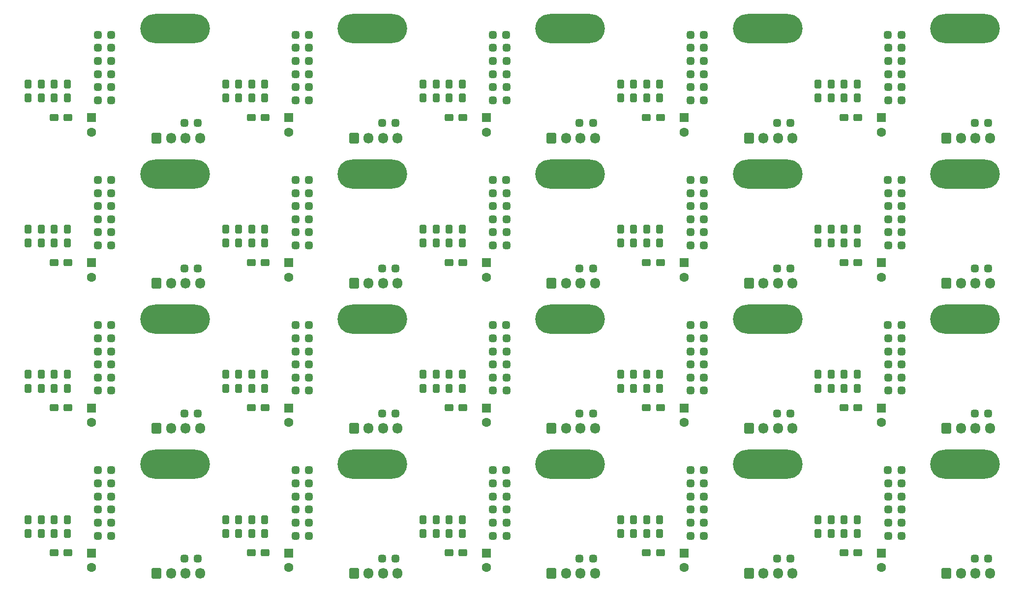
<source format=gbr>
%TF.GenerationSoftware,KiCad,Pcbnew,8.0.4*%
%TF.CreationDate,2024-11-04T15:17:51+09:00*%
%TF.ProjectId,L-CON RS485 V2.0,4c2d434f-4e20-4525-9334-38352056322e,rev?*%
%TF.SameCoordinates,Original*%
%TF.FileFunction,Soldermask,Bot*%
%TF.FilePolarity,Negative*%
%FSLAX46Y46*%
G04 Gerber Fmt 4.6, Leading zero omitted, Abs format (unit mm)*
G04 Created by KiCad (PCBNEW 8.0.4) date 2024-11-04 15:17:51*
%MOMM*%
%LPD*%
G01*
G04 APERTURE LIST*
G04 Aperture macros list*
%AMRoundRect*
0 Rectangle with rounded corners*
0 $1 Rounding radius*
0 $2 $3 $4 $5 $6 $7 $8 $9 X,Y pos of 4 corners*
0 Add a 4 corners polygon primitive as box body*
4,1,4,$2,$3,$4,$5,$6,$7,$8,$9,$2,$3,0*
0 Add four circle primitives for the rounded corners*
1,1,$1+$1,$2,$3*
1,1,$1+$1,$4,$5*
1,1,$1+$1,$6,$7*
1,1,$1+$1,$8,$9*
0 Add four rect primitives between the rounded corners*
20,1,$1+$1,$2,$3,$4,$5,0*
20,1,$1+$1,$4,$5,$6,$7,0*
20,1,$1+$1,$6,$7,$8,$9,0*
20,1,$1+$1,$8,$9,$2,$3,0*%
G04 Aperture macros list end*
%ADD10RoundRect,0.325000X0.325000X0.325000X-0.325000X0.325000X-0.325000X-0.325000X0.325000X-0.325000X0*%
%ADD11RoundRect,0.249900X-0.600100X-0.675100X0.600100X-0.675100X0.600100X0.675100X-0.600100X0.675100X0*%
%ADD12O,1.700000X1.850000*%
%ADD13RoundRect,0.312500X-0.312500X0.437500X-0.312500X-0.437500X0.312500X-0.437500X0.312500X0.437500X0*%
%ADD14RoundRect,0.312500X0.437500X0.312500X-0.437500X0.312500X-0.437500X-0.312500X0.437500X-0.312500X0*%
%ADD15RoundRect,0.325000X-0.325000X-0.325000X0.325000X-0.325000X0.325000X0.325000X-0.325000X0.325000X0*%
%ADD16R,1.600000X1.600000*%
%ADD17C,1.600000*%
%ADD18O,12.000000X5.000000*%
G04 APERTURE END LIST*
D10*
%TO.C,R44*%
X191000000Y-134500000D03*
X188700000Y-134500000D03*
%TD*%
%TO.C,R43*%
X191000000Y-130000000D03*
X188700000Y-130000000D03*
%TD*%
D11*
%TO.C,J11*%
X198750000Y-141000000D03*
D12*
X201250000Y-141000000D03*
X203750000Y-141000000D03*
X206250000Y-141000000D03*
%TD*%
D10*
%TO.C,R42*%
X191000000Y-127750000D03*
X188700000Y-127750000D03*
%TD*%
%TO.C,R45*%
X205900000Y-138450000D03*
X203600000Y-138450000D03*
%TD*%
D13*
%TO.C,C5*%
X178900000Y-131700000D03*
X178900000Y-134100000D03*
%TD*%
D14*
%TO.C,C1*%
X183500000Y-137450000D03*
X181100000Y-137450000D03*
%TD*%
D10*
%TO.C,R41*%
X191000000Y-125500000D03*
X188700000Y-125500000D03*
%TD*%
D15*
%TO.C,R46*%
X188700000Y-132250000D03*
X191000000Y-132250000D03*
%TD*%
D13*
%TO.C,C4*%
X181150000Y-131700000D03*
X181150000Y-134100000D03*
%TD*%
D15*
%TO.C,R10*%
X188680000Y-123230000D03*
X190980000Y-123230000D03*
%TD*%
D13*
%TO.C,C2*%
X183400000Y-131700000D03*
X183400000Y-134100000D03*
%TD*%
%TO.C,C6*%
X176650000Y-131700000D03*
X176650000Y-134100000D03*
%TD*%
D16*
%TO.C,C7*%
X187562000Y-137484000D03*
D17*
X187562000Y-139984000D03*
%TD*%
D18*
%TO.C,J3*%
X201950000Y-122200000D03*
%TD*%
D10*
%TO.C,R44*%
X157000000Y-134500000D03*
X154700000Y-134500000D03*
%TD*%
%TO.C,R43*%
X157000000Y-130000000D03*
X154700000Y-130000000D03*
%TD*%
D11*
%TO.C,J11*%
X164750000Y-141000000D03*
D12*
X167250000Y-141000000D03*
X169750000Y-141000000D03*
X172250000Y-141000000D03*
%TD*%
D10*
%TO.C,R42*%
X157000000Y-127750000D03*
X154700000Y-127750000D03*
%TD*%
%TO.C,R45*%
X171900000Y-138450000D03*
X169600000Y-138450000D03*
%TD*%
D13*
%TO.C,C5*%
X144900000Y-131700000D03*
X144900000Y-134100000D03*
%TD*%
D14*
%TO.C,C1*%
X149500000Y-137450000D03*
X147100000Y-137450000D03*
%TD*%
D10*
%TO.C,R41*%
X157000000Y-125500000D03*
X154700000Y-125500000D03*
%TD*%
D15*
%TO.C,R46*%
X154700000Y-132250000D03*
X157000000Y-132250000D03*
%TD*%
D13*
%TO.C,C4*%
X147150000Y-131700000D03*
X147150000Y-134100000D03*
%TD*%
D15*
%TO.C,R10*%
X154680000Y-123230000D03*
X156980000Y-123230000D03*
%TD*%
D13*
%TO.C,C2*%
X149400000Y-131700000D03*
X149400000Y-134100000D03*
%TD*%
%TO.C,C6*%
X142650000Y-131700000D03*
X142650000Y-134100000D03*
%TD*%
D16*
%TO.C,C7*%
X153562000Y-137484000D03*
D17*
X153562000Y-139984000D03*
%TD*%
D18*
%TO.C,J3*%
X167950000Y-122200000D03*
%TD*%
D10*
%TO.C,R44*%
X123000000Y-134500000D03*
X120700000Y-134500000D03*
%TD*%
%TO.C,R43*%
X123000000Y-130000000D03*
X120700000Y-130000000D03*
%TD*%
D11*
%TO.C,J11*%
X130750000Y-141000000D03*
D12*
X133250000Y-141000000D03*
X135750000Y-141000000D03*
X138250000Y-141000000D03*
%TD*%
D10*
%TO.C,R42*%
X123000000Y-127750000D03*
X120700000Y-127750000D03*
%TD*%
%TO.C,R45*%
X137900000Y-138450000D03*
X135600000Y-138450000D03*
%TD*%
D13*
%TO.C,C5*%
X110900000Y-131700000D03*
X110900000Y-134100000D03*
%TD*%
D14*
%TO.C,C1*%
X115500000Y-137450000D03*
X113100000Y-137450000D03*
%TD*%
D10*
%TO.C,R41*%
X123000000Y-125500000D03*
X120700000Y-125500000D03*
%TD*%
D15*
%TO.C,R46*%
X120700000Y-132250000D03*
X123000000Y-132250000D03*
%TD*%
D13*
%TO.C,C4*%
X113150000Y-131700000D03*
X113150000Y-134100000D03*
%TD*%
D15*
%TO.C,R10*%
X120680000Y-123230000D03*
X122980000Y-123230000D03*
%TD*%
D13*
%TO.C,C2*%
X115400000Y-131700000D03*
X115400000Y-134100000D03*
%TD*%
%TO.C,C6*%
X108650000Y-131700000D03*
X108650000Y-134100000D03*
%TD*%
D16*
%TO.C,C7*%
X119562000Y-137484000D03*
D17*
X119562000Y-139984000D03*
%TD*%
D18*
%TO.C,J3*%
X133950000Y-122200000D03*
%TD*%
D10*
%TO.C,R44*%
X89000000Y-134500000D03*
X86700000Y-134500000D03*
%TD*%
%TO.C,R43*%
X89000000Y-130000000D03*
X86700000Y-130000000D03*
%TD*%
D11*
%TO.C,J11*%
X96750000Y-141000000D03*
D12*
X99250000Y-141000000D03*
X101750000Y-141000000D03*
X104250000Y-141000000D03*
%TD*%
D10*
%TO.C,R42*%
X89000000Y-127750000D03*
X86700000Y-127750000D03*
%TD*%
%TO.C,R45*%
X103900000Y-138450000D03*
X101600000Y-138450000D03*
%TD*%
D13*
%TO.C,C5*%
X76900000Y-131700000D03*
X76900000Y-134100000D03*
%TD*%
D14*
%TO.C,C1*%
X81500000Y-137450000D03*
X79100000Y-137450000D03*
%TD*%
D10*
%TO.C,R41*%
X89000000Y-125500000D03*
X86700000Y-125500000D03*
%TD*%
D15*
%TO.C,R46*%
X86700000Y-132250000D03*
X89000000Y-132250000D03*
%TD*%
D13*
%TO.C,C4*%
X79150000Y-131700000D03*
X79150000Y-134100000D03*
%TD*%
D15*
%TO.C,R10*%
X86680000Y-123230000D03*
X88980000Y-123230000D03*
%TD*%
D13*
%TO.C,C2*%
X81400000Y-131700000D03*
X81400000Y-134100000D03*
%TD*%
%TO.C,C6*%
X74650000Y-131700000D03*
X74650000Y-134100000D03*
%TD*%
D16*
%TO.C,C7*%
X85562000Y-137484000D03*
D17*
X85562000Y-139984000D03*
%TD*%
D18*
%TO.C,J3*%
X99950000Y-122200000D03*
%TD*%
D10*
%TO.C,R44*%
X55000000Y-134500000D03*
X52700000Y-134500000D03*
%TD*%
%TO.C,R43*%
X55000000Y-130000000D03*
X52700000Y-130000000D03*
%TD*%
D11*
%TO.C,J11*%
X62750000Y-141000000D03*
D12*
X65250000Y-141000000D03*
X67750000Y-141000000D03*
X70250000Y-141000000D03*
%TD*%
D10*
%TO.C,R42*%
X55000000Y-127750000D03*
X52700000Y-127750000D03*
%TD*%
%TO.C,R45*%
X69900000Y-138450000D03*
X67600000Y-138450000D03*
%TD*%
D13*
%TO.C,C5*%
X42900000Y-131700000D03*
X42900000Y-134100000D03*
%TD*%
D14*
%TO.C,C1*%
X47500000Y-137450000D03*
X45100000Y-137450000D03*
%TD*%
D10*
%TO.C,R41*%
X55000000Y-125500000D03*
X52700000Y-125500000D03*
%TD*%
D15*
%TO.C,R46*%
X52700000Y-132250000D03*
X55000000Y-132250000D03*
%TD*%
D13*
%TO.C,C4*%
X45150000Y-131700000D03*
X45150000Y-134100000D03*
%TD*%
D15*
%TO.C,R10*%
X52680000Y-123230000D03*
X54980000Y-123230000D03*
%TD*%
D13*
%TO.C,C2*%
X47400000Y-131700000D03*
X47400000Y-134100000D03*
%TD*%
%TO.C,C6*%
X40650000Y-131700000D03*
X40650000Y-134100000D03*
%TD*%
D16*
%TO.C,C7*%
X51562000Y-137484000D03*
D17*
X51562000Y-139984000D03*
%TD*%
D18*
%TO.C,J3*%
X65950000Y-122200000D03*
%TD*%
D10*
%TO.C,R44*%
X191000000Y-109500000D03*
X188700000Y-109500000D03*
%TD*%
%TO.C,R43*%
X191000000Y-105000000D03*
X188700000Y-105000000D03*
%TD*%
D11*
%TO.C,J11*%
X198750000Y-116000000D03*
D12*
X201250000Y-116000000D03*
X203750000Y-116000000D03*
X206250000Y-116000000D03*
%TD*%
D10*
%TO.C,R42*%
X191000000Y-102750000D03*
X188700000Y-102750000D03*
%TD*%
%TO.C,R45*%
X205900000Y-113450000D03*
X203600000Y-113450000D03*
%TD*%
D13*
%TO.C,C5*%
X178900000Y-106700000D03*
X178900000Y-109100000D03*
%TD*%
D14*
%TO.C,C1*%
X183500000Y-112450000D03*
X181100000Y-112450000D03*
%TD*%
D10*
%TO.C,R41*%
X191000000Y-100500000D03*
X188700000Y-100500000D03*
%TD*%
D15*
%TO.C,R46*%
X188700000Y-107250000D03*
X191000000Y-107250000D03*
%TD*%
D13*
%TO.C,C4*%
X181150000Y-106700000D03*
X181150000Y-109100000D03*
%TD*%
D15*
%TO.C,R10*%
X188680000Y-98230000D03*
X190980000Y-98230000D03*
%TD*%
D13*
%TO.C,C2*%
X183400000Y-106700000D03*
X183400000Y-109100000D03*
%TD*%
%TO.C,C6*%
X176650000Y-106700000D03*
X176650000Y-109100000D03*
%TD*%
D16*
%TO.C,C7*%
X187562000Y-112484000D03*
D17*
X187562000Y-114984000D03*
%TD*%
D18*
%TO.C,J3*%
X201950000Y-97200000D03*
%TD*%
D10*
%TO.C,R44*%
X157000000Y-109500000D03*
X154700000Y-109500000D03*
%TD*%
%TO.C,R43*%
X157000000Y-105000000D03*
X154700000Y-105000000D03*
%TD*%
D11*
%TO.C,J11*%
X164750000Y-116000000D03*
D12*
X167250000Y-116000000D03*
X169750000Y-116000000D03*
X172250000Y-116000000D03*
%TD*%
D10*
%TO.C,R42*%
X157000000Y-102750000D03*
X154700000Y-102750000D03*
%TD*%
%TO.C,R45*%
X171900000Y-113450000D03*
X169600000Y-113450000D03*
%TD*%
D13*
%TO.C,C5*%
X144900000Y-106700000D03*
X144900000Y-109100000D03*
%TD*%
D14*
%TO.C,C1*%
X149500000Y-112450000D03*
X147100000Y-112450000D03*
%TD*%
D10*
%TO.C,R41*%
X157000000Y-100500000D03*
X154700000Y-100500000D03*
%TD*%
D15*
%TO.C,R46*%
X154700000Y-107250000D03*
X157000000Y-107250000D03*
%TD*%
D13*
%TO.C,C4*%
X147150000Y-106700000D03*
X147150000Y-109100000D03*
%TD*%
D15*
%TO.C,R10*%
X154680000Y-98230000D03*
X156980000Y-98230000D03*
%TD*%
D13*
%TO.C,C2*%
X149400000Y-106700000D03*
X149400000Y-109100000D03*
%TD*%
%TO.C,C6*%
X142650000Y-106700000D03*
X142650000Y-109100000D03*
%TD*%
D16*
%TO.C,C7*%
X153562000Y-112484000D03*
D17*
X153562000Y-114984000D03*
%TD*%
D18*
%TO.C,J3*%
X167950000Y-97200000D03*
%TD*%
D10*
%TO.C,R44*%
X123000000Y-109500000D03*
X120700000Y-109500000D03*
%TD*%
%TO.C,R43*%
X123000000Y-105000000D03*
X120700000Y-105000000D03*
%TD*%
D11*
%TO.C,J11*%
X130750000Y-116000000D03*
D12*
X133250000Y-116000000D03*
X135750000Y-116000000D03*
X138250000Y-116000000D03*
%TD*%
D10*
%TO.C,R42*%
X123000000Y-102750000D03*
X120700000Y-102750000D03*
%TD*%
%TO.C,R45*%
X137900000Y-113450000D03*
X135600000Y-113450000D03*
%TD*%
D13*
%TO.C,C5*%
X110900000Y-106700000D03*
X110900000Y-109100000D03*
%TD*%
D14*
%TO.C,C1*%
X115500000Y-112450000D03*
X113100000Y-112450000D03*
%TD*%
D10*
%TO.C,R41*%
X123000000Y-100500000D03*
X120700000Y-100500000D03*
%TD*%
D15*
%TO.C,R46*%
X120700000Y-107250000D03*
X123000000Y-107250000D03*
%TD*%
D13*
%TO.C,C4*%
X113150000Y-106700000D03*
X113150000Y-109100000D03*
%TD*%
D15*
%TO.C,R10*%
X120680000Y-98230000D03*
X122980000Y-98230000D03*
%TD*%
D13*
%TO.C,C2*%
X115400000Y-106700000D03*
X115400000Y-109100000D03*
%TD*%
%TO.C,C6*%
X108650000Y-106700000D03*
X108650000Y-109100000D03*
%TD*%
D16*
%TO.C,C7*%
X119562000Y-112484000D03*
D17*
X119562000Y-114984000D03*
%TD*%
D18*
%TO.C,J3*%
X133950000Y-97200000D03*
%TD*%
D10*
%TO.C,R44*%
X89000000Y-109500000D03*
X86700000Y-109500000D03*
%TD*%
%TO.C,R43*%
X89000000Y-105000000D03*
X86700000Y-105000000D03*
%TD*%
D11*
%TO.C,J11*%
X96750000Y-116000000D03*
D12*
X99250000Y-116000000D03*
X101750000Y-116000000D03*
X104250000Y-116000000D03*
%TD*%
D10*
%TO.C,R42*%
X89000000Y-102750000D03*
X86700000Y-102750000D03*
%TD*%
%TO.C,R45*%
X103900000Y-113450000D03*
X101600000Y-113450000D03*
%TD*%
D13*
%TO.C,C5*%
X76900000Y-106700000D03*
X76900000Y-109100000D03*
%TD*%
D14*
%TO.C,C1*%
X81500000Y-112450000D03*
X79100000Y-112450000D03*
%TD*%
D10*
%TO.C,R41*%
X89000000Y-100500000D03*
X86700000Y-100500000D03*
%TD*%
D15*
%TO.C,R46*%
X86700000Y-107250000D03*
X89000000Y-107250000D03*
%TD*%
D13*
%TO.C,C4*%
X79150000Y-106700000D03*
X79150000Y-109100000D03*
%TD*%
D15*
%TO.C,R10*%
X86680000Y-98230000D03*
X88980000Y-98230000D03*
%TD*%
D13*
%TO.C,C2*%
X81400000Y-106700000D03*
X81400000Y-109100000D03*
%TD*%
%TO.C,C6*%
X74650000Y-106700000D03*
X74650000Y-109100000D03*
%TD*%
D16*
%TO.C,C7*%
X85562000Y-112484000D03*
D17*
X85562000Y-114984000D03*
%TD*%
D18*
%TO.C,J3*%
X99950000Y-97200000D03*
%TD*%
D10*
%TO.C,R44*%
X55000000Y-109500000D03*
X52700000Y-109500000D03*
%TD*%
%TO.C,R43*%
X55000000Y-105000000D03*
X52700000Y-105000000D03*
%TD*%
D11*
%TO.C,J11*%
X62750000Y-116000000D03*
D12*
X65250000Y-116000000D03*
X67750000Y-116000000D03*
X70250000Y-116000000D03*
%TD*%
D10*
%TO.C,R42*%
X55000000Y-102750000D03*
X52700000Y-102750000D03*
%TD*%
%TO.C,R45*%
X69900000Y-113450000D03*
X67600000Y-113450000D03*
%TD*%
D13*
%TO.C,C5*%
X42900000Y-106700000D03*
X42900000Y-109100000D03*
%TD*%
D14*
%TO.C,C1*%
X47500000Y-112450000D03*
X45100000Y-112450000D03*
%TD*%
D10*
%TO.C,R41*%
X55000000Y-100500000D03*
X52700000Y-100500000D03*
%TD*%
D15*
%TO.C,R46*%
X52700000Y-107250000D03*
X55000000Y-107250000D03*
%TD*%
D13*
%TO.C,C4*%
X45150000Y-106700000D03*
X45150000Y-109100000D03*
%TD*%
D15*
%TO.C,R10*%
X52680000Y-98230000D03*
X54980000Y-98230000D03*
%TD*%
D13*
%TO.C,C2*%
X47400000Y-106700000D03*
X47400000Y-109100000D03*
%TD*%
%TO.C,C6*%
X40650000Y-106700000D03*
X40650000Y-109100000D03*
%TD*%
D16*
%TO.C,C7*%
X51562000Y-112484000D03*
D17*
X51562000Y-114984000D03*
%TD*%
D18*
%TO.C,J3*%
X65950000Y-97200000D03*
%TD*%
D10*
%TO.C,R44*%
X191000000Y-84500000D03*
X188700000Y-84500000D03*
%TD*%
%TO.C,R43*%
X191000000Y-80000000D03*
X188700000Y-80000000D03*
%TD*%
D11*
%TO.C,J11*%
X198750000Y-91000000D03*
D12*
X201250000Y-91000000D03*
X203750000Y-91000000D03*
X206250000Y-91000000D03*
%TD*%
D10*
%TO.C,R42*%
X191000000Y-77750000D03*
X188700000Y-77750000D03*
%TD*%
%TO.C,R45*%
X205900000Y-88450000D03*
X203600000Y-88450000D03*
%TD*%
D13*
%TO.C,C5*%
X178900000Y-81700000D03*
X178900000Y-84100000D03*
%TD*%
D14*
%TO.C,C1*%
X183500000Y-87450000D03*
X181100000Y-87450000D03*
%TD*%
D10*
%TO.C,R41*%
X191000000Y-75500000D03*
X188700000Y-75500000D03*
%TD*%
D15*
%TO.C,R46*%
X188700000Y-82250000D03*
X191000000Y-82250000D03*
%TD*%
D13*
%TO.C,C4*%
X181150000Y-81700000D03*
X181150000Y-84100000D03*
%TD*%
D15*
%TO.C,R10*%
X188680000Y-73230000D03*
X190980000Y-73230000D03*
%TD*%
D13*
%TO.C,C2*%
X183400000Y-81700000D03*
X183400000Y-84100000D03*
%TD*%
%TO.C,C6*%
X176650000Y-81700000D03*
X176650000Y-84100000D03*
%TD*%
D16*
%TO.C,C7*%
X187562000Y-87484000D03*
D17*
X187562000Y-89984000D03*
%TD*%
D18*
%TO.C,J3*%
X201950000Y-72200000D03*
%TD*%
D10*
%TO.C,R44*%
X157000000Y-84500000D03*
X154700000Y-84500000D03*
%TD*%
%TO.C,R43*%
X157000000Y-80000000D03*
X154700000Y-80000000D03*
%TD*%
D11*
%TO.C,J11*%
X164750000Y-91000000D03*
D12*
X167250000Y-91000000D03*
X169750000Y-91000000D03*
X172250000Y-91000000D03*
%TD*%
D10*
%TO.C,R42*%
X157000000Y-77750000D03*
X154700000Y-77750000D03*
%TD*%
%TO.C,R45*%
X171900000Y-88450000D03*
X169600000Y-88450000D03*
%TD*%
D13*
%TO.C,C5*%
X144900000Y-81700000D03*
X144900000Y-84100000D03*
%TD*%
D14*
%TO.C,C1*%
X149500000Y-87450000D03*
X147100000Y-87450000D03*
%TD*%
D10*
%TO.C,R41*%
X157000000Y-75500000D03*
X154700000Y-75500000D03*
%TD*%
D15*
%TO.C,R46*%
X154700000Y-82250000D03*
X157000000Y-82250000D03*
%TD*%
D13*
%TO.C,C4*%
X147150000Y-81700000D03*
X147150000Y-84100000D03*
%TD*%
D15*
%TO.C,R10*%
X154680000Y-73230000D03*
X156980000Y-73230000D03*
%TD*%
D13*
%TO.C,C2*%
X149400000Y-81700000D03*
X149400000Y-84100000D03*
%TD*%
%TO.C,C6*%
X142650000Y-81700000D03*
X142650000Y-84100000D03*
%TD*%
D16*
%TO.C,C7*%
X153562000Y-87484000D03*
D17*
X153562000Y-89984000D03*
%TD*%
D18*
%TO.C,J3*%
X167950000Y-72200000D03*
%TD*%
D10*
%TO.C,R44*%
X123000000Y-84500000D03*
X120700000Y-84500000D03*
%TD*%
%TO.C,R43*%
X123000000Y-80000000D03*
X120700000Y-80000000D03*
%TD*%
D11*
%TO.C,J11*%
X130750000Y-91000000D03*
D12*
X133250000Y-91000000D03*
X135750000Y-91000000D03*
X138250000Y-91000000D03*
%TD*%
D10*
%TO.C,R42*%
X123000000Y-77750000D03*
X120700000Y-77750000D03*
%TD*%
%TO.C,R45*%
X137900000Y-88450000D03*
X135600000Y-88450000D03*
%TD*%
D13*
%TO.C,C5*%
X110900000Y-81700000D03*
X110900000Y-84100000D03*
%TD*%
D14*
%TO.C,C1*%
X115500000Y-87450000D03*
X113100000Y-87450000D03*
%TD*%
D10*
%TO.C,R41*%
X123000000Y-75500000D03*
X120700000Y-75500000D03*
%TD*%
D15*
%TO.C,R46*%
X120700000Y-82250000D03*
X123000000Y-82250000D03*
%TD*%
D13*
%TO.C,C4*%
X113150000Y-81700000D03*
X113150000Y-84100000D03*
%TD*%
D15*
%TO.C,R10*%
X120680000Y-73230000D03*
X122980000Y-73230000D03*
%TD*%
D13*
%TO.C,C2*%
X115400000Y-81700000D03*
X115400000Y-84100000D03*
%TD*%
%TO.C,C6*%
X108650000Y-81700000D03*
X108650000Y-84100000D03*
%TD*%
D16*
%TO.C,C7*%
X119562000Y-87484000D03*
D17*
X119562000Y-89984000D03*
%TD*%
D18*
%TO.C,J3*%
X133950000Y-72200000D03*
%TD*%
D10*
%TO.C,R44*%
X89000000Y-84500000D03*
X86700000Y-84500000D03*
%TD*%
%TO.C,R43*%
X89000000Y-80000000D03*
X86700000Y-80000000D03*
%TD*%
D11*
%TO.C,J11*%
X96750000Y-91000000D03*
D12*
X99250000Y-91000000D03*
X101750000Y-91000000D03*
X104250000Y-91000000D03*
%TD*%
D10*
%TO.C,R42*%
X89000000Y-77750000D03*
X86700000Y-77750000D03*
%TD*%
%TO.C,R45*%
X103900000Y-88450000D03*
X101600000Y-88450000D03*
%TD*%
D13*
%TO.C,C5*%
X76900000Y-81700000D03*
X76900000Y-84100000D03*
%TD*%
D14*
%TO.C,C1*%
X81500000Y-87450000D03*
X79100000Y-87450000D03*
%TD*%
D10*
%TO.C,R41*%
X89000000Y-75500000D03*
X86700000Y-75500000D03*
%TD*%
D15*
%TO.C,R46*%
X86700000Y-82250000D03*
X89000000Y-82250000D03*
%TD*%
D13*
%TO.C,C4*%
X79150000Y-81700000D03*
X79150000Y-84100000D03*
%TD*%
D15*
%TO.C,R10*%
X86680000Y-73230000D03*
X88980000Y-73230000D03*
%TD*%
D13*
%TO.C,C2*%
X81400000Y-81700000D03*
X81400000Y-84100000D03*
%TD*%
%TO.C,C6*%
X74650000Y-81700000D03*
X74650000Y-84100000D03*
%TD*%
D16*
%TO.C,C7*%
X85562000Y-87484000D03*
D17*
X85562000Y-89984000D03*
%TD*%
D18*
%TO.C,J3*%
X99950000Y-72200000D03*
%TD*%
D10*
%TO.C,R44*%
X55000000Y-84500000D03*
X52700000Y-84500000D03*
%TD*%
%TO.C,R43*%
X55000000Y-80000000D03*
X52700000Y-80000000D03*
%TD*%
D11*
%TO.C,J11*%
X62750000Y-91000000D03*
D12*
X65250000Y-91000000D03*
X67750000Y-91000000D03*
X70250000Y-91000000D03*
%TD*%
D10*
%TO.C,R42*%
X55000000Y-77750000D03*
X52700000Y-77750000D03*
%TD*%
%TO.C,R45*%
X69900000Y-88450000D03*
X67600000Y-88450000D03*
%TD*%
D13*
%TO.C,C5*%
X42900000Y-81700000D03*
X42900000Y-84100000D03*
%TD*%
D14*
%TO.C,C1*%
X47500000Y-87450000D03*
X45100000Y-87450000D03*
%TD*%
D10*
%TO.C,R41*%
X55000000Y-75500000D03*
X52700000Y-75500000D03*
%TD*%
D15*
%TO.C,R46*%
X52700000Y-82250000D03*
X55000000Y-82250000D03*
%TD*%
D13*
%TO.C,C4*%
X45150000Y-81700000D03*
X45150000Y-84100000D03*
%TD*%
D15*
%TO.C,R10*%
X52680000Y-73230000D03*
X54980000Y-73230000D03*
%TD*%
D13*
%TO.C,C2*%
X47400000Y-81700000D03*
X47400000Y-84100000D03*
%TD*%
%TO.C,C6*%
X40650000Y-81700000D03*
X40650000Y-84100000D03*
%TD*%
D16*
%TO.C,C7*%
X51562000Y-87484000D03*
D17*
X51562000Y-89984000D03*
%TD*%
D18*
%TO.C,J3*%
X65950000Y-72200000D03*
%TD*%
D10*
%TO.C,R44*%
X191000000Y-59500000D03*
X188700000Y-59500000D03*
%TD*%
%TO.C,R43*%
X191000000Y-55000000D03*
X188700000Y-55000000D03*
%TD*%
D11*
%TO.C,J11*%
X198750000Y-66000000D03*
D12*
X201250000Y-66000000D03*
X203750000Y-66000000D03*
X206250000Y-66000000D03*
%TD*%
D10*
%TO.C,R42*%
X191000000Y-52750000D03*
X188700000Y-52750000D03*
%TD*%
%TO.C,R45*%
X205900000Y-63450000D03*
X203600000Y-63450000D03*
%TD*%
D13*
%TO.C,C5*%
X178900000Y-56700000D03*
X178900000Y-59100000D03*
%TD*%
D14*
%TO.C,C1*%
X183500000Y-62450000D03*
X181100000Y-62450000D03*
%TD*%
D10*
%TO.C,R41*%
X191000000Y-50500000D03*
X188700000Y-50500000D03*
%TD*%
D15*
%TO.C,R46*%
X188700000Y-57250000D03*
X191000000Y-57250000D03*
%TD*%
D13*
%TO.C,C4*%
X181150000Y-56700000D03*
X181150000Y-59100000D03*
%TD*%
D15*
%TO.C,R10*%
X188680000Y-48230000D03*
X190980000Y-48230000D03*
%TD*%
D13*
%TO.C,C2*%
X183400000Y-56700000D03*
X183400000Y-59100000D03*
%TD*%
%TO.C,C6*%
X176650000Y-56700000D03*
X176650000Y-59100000D03*
%TD*%
D16*
%TO.C,C7*%
X187562000Y-62484000D03*
D17*
X187562000Y-64984000D03*
%TD*%
D18*
%TO.C,J3*%
X201950000Y-47200000D03*
%TD*%
D10*
%TO.C,R44*%
X157000000Y-59500000D03*
X154700000Y-59500000D03*
%TD*%
%TO.C,R43*%
X157000000Y-55000000D03*
X154700000Y-55000000D03*
%TD*%
D11*
%TO.C,J11*%
X164750000Y-66000000D03*
D12*
X167250000Y-66000000D03*
X169750000Y-66000000D03*
X172250000Y-66000000D03*
%TD*%
D10*
%TO.C,R42*%
X157000000Y-52750000D03*
X154700000Y-52750000D03*
%TD*%
%TO.C,R45*%
X171900000Y-63450000D03*
X169600000Y-63450000D03*
%TD*%
D13*
%TO.C,C5*%
X144900000Y-56700000D03*
X144900000Y-59100000D03*
%TD*%
D14*
%TO.C,C1*%
X149500000Y-62450000D03*
X147100000Y-62450000D03*
%TD*%
D10*
%TO.C,R41*%
X157000000Y-50500000D03*
X154700000Y-50500000D03*
%TD*%
D15*
%TO.C,R46*%
X154700000Y-57250000D03*
X157000000Y-57250000D03*
%TD*%
D13*
%TO.C,C4*%
X147150000Y-56700000D03*
X147150000Y-59100000D03*
%TD*%
D15*
%TO.C,R10*%
X154680000Y-48230000D03*
X156980000Y-48230000D03*
%TD*%
D13*
%TO.C,C2*%
X149400000Y-56700000D03*
X149400000Y-59100000D03*
%TD*%
%TO.C,C6*%
X142650000Y-56700000D03*
X142650000Y-59100000D03*
%TD*%
D16*
%TO.C,C7*%
X153562000Y-62484000D03*
D17*
X153562000Y-64984000D03*
%TD*%
D18*
%TO.C,J3*%
X167950000Y-47200000D03*
%TD*%
D10*
%TO.C,R44*%
X123000000Y-59500000D03*
X120700000Y-59500000D03*
%TD*%
%TO.C,R43*%
X123000000Y-55000000D03*
X120700000Y-55000000D03*
%TD*%
D11*
%TO.C,J11*%
X130750000Y-66000000D03*
D12*
X133250000Y-66000000D03*
X135750000Y-66000000D03*
X138250000Y-66000000D03*
%TD*%
D10*
%TO.C,R42*%
X123000000Y-52750000D03*
X120700000Y-52750000D03*
%TD*%
%TO.C,R45*%
X137900000Y-63450000D03*
X135600000Y-63450000D03*
%TD*%
D13*
%TO.C,C5*%
X110900000Y-56700000D03*
X110900000Y-59100000D03*
%TD*%
D14*
%TO.C,C1*%
X115500000Y-62450000D03*
X113100000Y-62450000D03*
%TD*%
D10*
%TO.C,R41*%
X123000000Y-50500000D03*
X120700000Y-50500000D03*
%TD*%
D15*
%TO.C,R46*%
X120700000Y-57250000D03*
X123000000Y-57250000D03*
%TD*%
D13*
%TO.C,C4*%
X113150000Y-56700000D03*
X113150000Y-59100000D03*
%TD*%
D15*
%TO.C,R10*%
X120680000Y-48230000D03*
X122980000Y-48230000D03*
%TD*%
D13*
%TO.C,C2*%
X115400000Y-56700000D03*
X115400000Y-59100000D03*
%TD*%
%TO.C,C6*%
X108650000Y-56700000D03*
X108650000Y-59100000D03*
%TD*%
D16*
%TO.C,C7*%
X119562000Y-62484000D03*
D17*
X119562000Y-64984000D03*
%TD*%
D18*
%TO.C,J3*%
X133950000Y-47200000D03*
%TD*%
D10*
%TO.C,R44*%
X89000000Y-59500000D03*
X86700000Y-59500000D03*
%TD*%
%TO.C,R43*%
X89000000Y-55000000D03*
X86700000Y-55000000D03*
%TD*%
D11*
%TO.C,J11*%
X96750000Y-66000000D03*
D12*
X99250000Y-66000000D03*
X101750000Y-66000000D03*
X104250000Y-66000000D03*
%TD*%
D10*
%TO.C,R42*%
X89000000Y-52750000D03*
X86700000Y-52750000D03*
%TD*%
%TO.C,R45*%
X103900000Y-63450000D03*
X101600000Y-63450000D03*
%TD*%
D13*
%TO.C,C5*%
X76900000Y-56700000D03*
X76900000Y-59100000D03*
%TD*%
D14*
%TO.C,C1*%
X81500000Y-62450000D03*
X79100000Y-62450000D03*
%TD*%
D10*
%TO.C,R41*%
X89000000Y-50500000D03*
X86700000Y-50500000D03*
%TD*%
D15*
%TO.C,R46*%
X86700000Y-57250000D03*
X89000000Y-57250000D03*
%TD*%
D13*
%TO.C,C4*%
X79150000Y-56700000D03*
X79150000Y-59100000D03*
%TD*%
D15*
%TO.C,R10*%
X86680000Y-48230000D03*
X88980000Y-48230000D03*
%TD*%
D13*
%TO.C,C2*%
X81400000Y-56700000D03*
X81400000Y-59100000D03*
%TD*%
%TO.C,C6*%
X74650000Y-56700000D03*
X74650000Y-59100000D03*
%TD*%
D16*
%TO.C,C7*%
X85562000Y-62484000D03*
D17*
X85562000Y-64984000D03*
%TD*%
D18*
%TO.C,J3*%
X99950000Y-47200000D03*
%TD*%
D11*
%TO.C,J11*%
X62750000Y-66000000D03*
D12*
X65250000Y-66000000D03*
X67750000Y-66000000D03*
X70250000Y-66000000D03*
%TD*%
D18*
%TO.C,J3*%
X65950000Y-47200000D03*
%TD*%
D16*
%TO.C,C7*%
X51562000Y-62484000D03*
D17*
X51562000Y-64984000D03*
%TD*%
D10*
%TO.C,R43*%
X55000000Y-55000000D03*
X52700000Y-55000000D03*
%TD*%
%TO.C,R44*%
X55000000Y-59500000D03*
X52700000Y-59500000D03*
%TD*%
D13*
%TO.C,C6*%
X40650000Y-56700000D03*
X40650000Y-59100000D03*
%TD*%
D15*
%TO.C,R10*%
X52680000Y-48230000D03*
X54980000Y-48230000D03*
%TD*%
D13*
%TO.C,C2*%
X47400000Y-56700000D03*
X47400000Y-59100000D03*
%TD*%
%TO.C,C5*%
X42900000Y-56700000D03*
X42900000Y-59100000D03*
%TD*%
%TO.C,C4*%
X45150000Y-56700000D03*
X45150000Y-59100000D03*
%TD*%
D15*
%TO.C,R46*%
X52700000Y-57250000D03*
X55000000Y-57250000D03*
%TD*%
D10*
%TO.C,R41*%
X55000000Y-50500000D03*
X52700000Y-50500000D03*
%TD*%
D14*
%TO.C,C1*%
X47500000Y-62450000D03*
X45100000Y-62450000D03*
%TD*%
D10*
%TO.C,R45*%
X69900000Y-63450000D03*
X67600000Y-63450000D03*
%TD*%
%TO.C,R42*%
X55000000Y-52750000D03*
X52700000Y-52750000D03*
%TD*%
M02*

</source>
